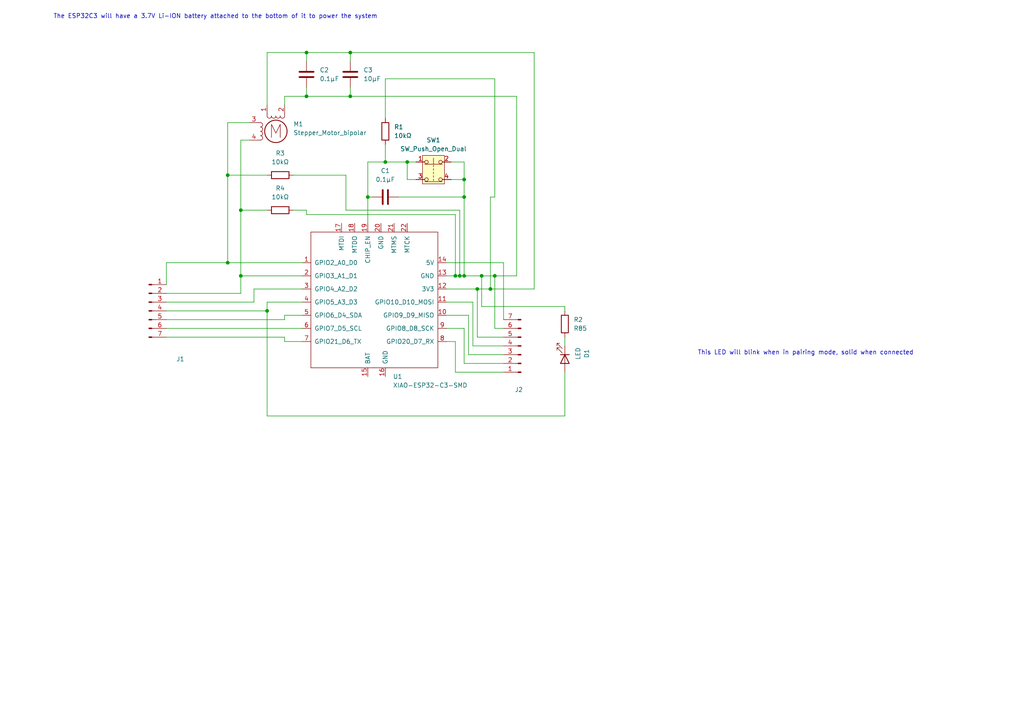
<source format=kicad_sch>
(kicad_sch (version 20231120) (generator "eeschema") (generator_version "8.0")
  (paper "A4")
  (title_block (title "pLUFs Schematic; Second Draft") (date "2/5/25") (rev "1"))
  (lib_symbols
    (symbol "Connector:Conn_01x07_Pin" (pin_names (offset 1.016) hide)
      (property "Reference" "J" (at 0 10.16 0))
      (property "Value" "Conn_01x07_Pin" (at 0 -10.16 0))
      (symbol "Conn_01x07_Pin_1_1"
        (polyline (pts (xy 1.27 -7.62) (xy 0.8636 -7.62)) (stroke (width 0.1524)))
        (polyline (pts (xy 1.27 -5.08) (xy 0.8636 -5.08)) (stroke (width 0.1524)))
        (polyline (pts (xy 1.27 -2.54) (xy 0.8636 -2.54)) (stroke (width 0.1524)))
        (polyline (pts (xy 1.27 0) (xy 0.8636 0)) (stroke (width 0.1524)))
        (polyline (pts (xy 1.27 2.54) (xy 0.8636 2.54)) (stroke (width 0.1524)))
        (polyline (pts (xy 1.27 5.08) (xy 0.8636 5.08)) (stroke (width 0.1524)))
        (polyline (pts (xy 1.27 7.62) (xy 0.8636 7.62)) (stroke (width 0.1524)))
        (rectangle (start 0.8636 -7.493) (end 0 -7.747) (stroke (width 0.1524)) (fill (type outline)))
        (rectangle (start 0.8636 -4.953) (end 0 -5.207) (stroke (width 0.1524)) (fill (type outline)))
        (rectangle (start 0.8636 -2.413) (end 0 -2.667) (stroke (width 0.1524)) (fill (type outline)))
        (rectangle (start 0.8636 0.127) (end 0 -0.127) (stroke (width 0.1524)) (fill (type outline)))
        (rectangle (start 0.8636 2.667) (end 0 2.413) (stroke (width 0.1524)) (fill (type outline)))
        (rectangle (start 0.8636 5.207) (end 0 4.953) (stroke (width 0.1524)) (fill (type outline)))
        (rectangle (start 0.8636 7.747) (end 0 7.493) (stroke (width 0.1524)) (fill (type outline)))
        (pin passive line (at 5.08 7.62 180) (length 3.81) (name "Pin_1") (number "1"))
        (pin passive line (at 5.08 5.08 180) (length 3.81) (name "Pin_2") (number "2"))
        (pin passive line (at 5.08 2.54 180) (length 3.81) (name "Pin_3") (number "3"))
        (pin passive line (at 5.08 0 180) (length 3.81) (name "Pin_4") (number "4"))
        (pin passive line (at 5.08 -2.54 180) (length 3.81) (name "Pin_5") (number "5"))
        (pin passive line (at 5.08 -5.08 180) (length 3.81) (name "Pin_6") (number "6"))
        (pin passive line (at 5.08 -7.62 180) (length 3.81) (name "Pin_7") (number "7"))
      )
    )
    (symbol "Device:C" (pin_numbers hide) (pin_names (offset 0.254))
      (property "Reference" "C" (at 0.635 2.54 0))
      (property "Value" "C" (at 0.635 -2.54 0))
      (symbol "C_0_1"
        (polyline (pts (xy -2.032 -0.762) (xy 2.032 -0.762)) (stroke (width 0.508)))
        (polyline (pts (xy -2.032 0.762) (xy 2.032 0.762)) (stroke (width 0.508)))
      )
      (symbol "C_1_1"
        (pin passive line (at 0 3.81 270) (length 2.794) (name "~") (number "1"))
        (pin passive line (at 0 -3.81 90) (length 2.794) (name "~") (number "2"))
      )
    )
    (symbol "Device:LED" (pin_numbers hide) (pin_names (offset 1.016) hide)
      (property "Reference" "D" (at 0 2.54 0))
      (property "Value" "LED" (at 0 -2.54 0))
      (symbol "LED_0_1"
        (polyline (pts (xy -1.27 -1.27) (xy -1.27 1.27)) (stroke (width 0.254)))
        (polyline (pts (xy -1.27 0) (xy 1.27 0)))
        (polyline (pts (xy 1.27 -1.27) (xy 1.27 1.27) (xy -1.27 0) (xy 1.27 -1.27)) (stroke (width 0.254)))
        (polyline (pts (xy -3.048 -0.762) (xy -4.572 -2.286) (xy -3.81 -2.286) (xy -4.572 -2.286) (xy -4.572 -1.524)))
        (polyline (pts (xy -1.778 -0.762) (xy -3.302 -2.286) (xy -2.54 -2.286) (xy -3.302 -2.286) (xy -3.302 -1.524)))
      )
      (symbol "LED_1_1"
        (pin passive line (at -3.81 0 0) (length 2.54) (name "K") (number "1"))
        (pin passive line (at 3.81 0 180) (length 2.54) (name "A") (number "2"))
      )
    )
    (symbol "Device:R" (pin_numbers hide) (pin_names (offset 0))
      (property "Reference" "R" (at 2.032 0 90))
      (property "Value" "R" (at 0 0 90))
      (symbol "R_0_1"
        (rectangle (start -1.016 -2.54) (end 1.016 2.54) (stroke (width 0.254)))
      )
      (symbol "R_1_1"
        (pin passive line (at 0 3.81 270) (length 1.27) (name "~") (number "1"))
        (pin passive line (at 0 -3.81 90) (length 1.27) (name "~") (number "2"))
      )
    )
    (symbol "Motor:Stepper_Motor_bipolar" (pin_names (offset 0) hide)
      (property "Reference" "M" (at 3.81 2.54 0))
      (property "Value" "Stepper_Motor_bipolar" (at 3.81 1.27 0))
      (symbol "Stepper_Motor_bipolar_0_0"
        (polyline (pts (xy -1.27 -1.778) (xy -1.27 2.032) (xy 0 -0.508) (xy 1.27 2.032) (xy 1.27 -1.778)))
      )
      (symbol "Stepper_Motor_bipolar_0_1"
        (arc (start -4.445 -2.54) (mid -3.8127 -1.905) (end -4.445 -1.27))
        (arc (start -4.445 -1.27) (mid -3.8127 -0.635) (end -4.445 0))
        (arc (start -4.445 0) (mid -3.8127 0.635) (end -4.445 1.27))
        (arc (start -4.445 1.27) (mid -3.8127 1.905) (end -4.445 2.54))
        (arc (start -2.54 4.445) (mid -1.905 3.8127) (end -1.27 4.445))
        (arc (start -1.27 4.445) (mid -0.635 3.8127) (end 0 4.445))
        (polyline (pts (xy -5.08 -2.54) (xy -4.445 -2.54)))
        (polyline (pts (xy -5.08 2.54) (xy -4.445 2.54)))
        (polyline (pts (xy -2.54 5.08) (xy -2.54 4.445)))
        (polyline (pts (xy 2.54 5.08) (xy 2.54 4.445)))
        (circle (center 0 0) (radius 3.2512) (stroke (width 0.254)))
        (arc (start 0 4.445) (mid 0.635 3.8127) (end 1.27 4.445))
        (arc (start 1.27 4.445) (mid 1.905 3.8127) (end 2.54 4.445))
      )
      (symbol "Stepper_Motor_bipolar_1_1"
        (pin passive line (at -2.54 7.62 270) (length 2.54) (name "~") (number "1"))
        (pin passive line (at 2.54 7.62 270) (length 2.54) (name "-") (number "2"))
        (pin passive line (at -7.62 2.54 0) (length 2.54) (name "~") (number "3"))
        (pin passive line (at -7.62 -2.54 0) (length 2.54) (name "~") (number "4"))
      )
    )
    (symbol "Seeed_Studio_XIAO_Series:XIAO-ESP32-C3-SMD" (pin_names (offset 1.016))
      (property "Reference" "U" (at -18.542 23.114 0))
      (property "Value" "XIAO-ESP32-C3-SMD" (at -8.382 21.336 0))
      (symbol "XIAO-ESP32-C3-SMD_0_1"
        (rectangle (start -19.05 20.32) (end 17.78 -19.05))
      )
      (symbol "XIAO-ESP32-C3-SMD_1_1"
        (pin passive line (at -21.59 11.43 0) (length 2.54) (name "GPIO2_A0_D0") (number "1"))
        (pin passive line (at 20.32 -3.81 180) (length 2.54) (name "GPIO9_D9_MISO") (number "10"))
        (pin passive line (at 20.32 0 180) (length 2.54) (name "GPIO10_D10_MOSI") (number "11"))
        (pin passive line (at 20.32 3.81 180) (length 2.54) (name "3V3") (number "12"))
        (pin passive line (at 20.32 7.62 180) (length 2.54) (name "GND") (number "13"))
        (pin passive line (at 20.32 11.43 180) (length 2.54) (name "5V") (number "14"))
        (pin passive line (at -2.54 -21.59 90) (length 2.54) (name "BAT") (number "15"))
        (pin passive line (at 2.54 -21.59 90) (length 2.54) (name "GND") (number "16"))
        (pin passive line (at -10.16 22.86 270) (length 2.54) (name "MTDI") (number "17"))
        (pin passive line (at -6.35 22.86 270) (length 2.54) (name "MTDO") (number "18"))
        (pin passive line (at -2.54 22.86 270) (length 2.54) (name "CHIP_EN") (number "19"))
        (pin passive line (at -21.59 7.62 0) (length 2.54) (name "GPIO3_A1_D1") (number "2"))
        (pin passive line (at 1.27 22.86 270) (length 2.54) (name "GND") (number "20"))
        (pin passive line (at 5.08 22.86 270) (length 2.54) (name "MTMS") (number "21"))
        (pin passive line (at 8.89 22.86 270) (length 2.54) (name "MTCK") (number "22"))
        (pin passive line (at -21.59 3.81 0) (length 2.54) (name "GPIO4_A2_D2") (number "3"))
        (pin passive line (at -21.59 0 0) (length 2.54) (name "GPIO5_A3_D3") (number "4"))
        (pin passive line (at -21.59 -3.81 0) (length 2.54) (name "GPIO6_D4_SDA") (number "5"))
        (pin passive line (at -21.59 -7.62 0) (length 2.54) (name "GPIO7_D5_SCL") (number "6"))
        (pin passive line (at -21.59 -11.43 0) (length 2.54) (name "GPIO21_D6_TX") (number "7"))
        (pin passive line (at 20.32 -11.43 180) (length 2.54) (name "GPIO20_D7_RX") (number "8"))
        (pin passive line (at 20.32 -7.62 180) (length 2.54) (name "GPIO8_D8_SCK") (number "9"))
      )
    )
    (symbol "Switch:SW_Push_Open_Dual" (pin_names (offset 1.016) hide)
      (property "Reference" "SW" (at 0 3.81 0))
      (property "Value" "SW_Push_Open_Dual" (at 0 -7.62 0))
      (symbol "SW_Push_Open_Dual_0_1"
        (circle (center -2.032 -5.08) (radius 0.508))
        (circle (center -2.032 0) (radius 0.508))
        (polyline (pts (xy 0 -4.953) (xy 0 -5.461)))
        (polyline (pts (xy 0 -3.937) (xy 0 -4.445)))
        (polyline (pts (xy 0 -3.429) (xy 0 -2.921)))
        (polyline (pts (xy 0 -2.413) (xy 0 -1.905)))
        (polyline (pts (xy 0 -1.397) (xy 0 -0.889)))
        (polyline (pts (xy 0 -0.635) (xy 0 1.143)))
        (polyline (pts (xy 2.54 -5.715) (xy -2.54 -5.715)))
        (polyline (pts (xy 2.54 -0.635) (xy -2.54 -0.635)))
        (circle (center 2.032 -5.08) (radius 0.508))
        (circle (center 2.032 0) (radius 0.508))
        (pin passive line (at -5.08 0 0) (length 2.54) (name "1") (number "1"))
        (pin passive line (at 5.08 0 180) (length 2.54) (name "2") (number "2"))
        (pin passive line (at -5.08 -5.08 0) (length 2.54) (name "3") (number "3"))
        (pin passive line (at 5.08 -5.08 180) (length 2.54) (name "4") (number "4"))
      )
      (symbol "SW_Push_Open_Dual_1_1"
        (rectangle (start -3.175 1.905) (end 3.175 -6.35) (fill (type background)))
      )
    )
  )
  (junction (at 88.9 27.94))
  (junction (at 101.6 27.94))
  (junction (at 66.04 50.8))
  (junction (at 134.62 57.15))
  (junction (at 139.7 80.01))
  (junction (at 118.11 46.99))
  (junction (at 134.62 52.07))
  (junction (at 134.62 80.01))
  (junction (at 133.35 80.01))
  (junction (at 143.51 80.01))
  (junction (at 132.08 80.01))
  (junction (at 138.43 83.82))
  (junction (at 69.85 80.01))
  (junction (at 142.24 83.82))
  (junction (at 69.85 60.96))
  (junction (at 111.76 46.99))
  (junction (at 66.04 76.2))
  (junction (at 88.9 15.24))
  (junction (at 106.68 57.15))
  (junction (at 101.6 15.24))
  (junction (at 77.47 90.17))
  (wire (pts (xy 85.09 60.96) (xy 88.9 60.96)))
  (wire (pts (xy 146.05 105.41) (xy 134.62 105.41)))
  (wire (pts (xy 135.89 102.87) (xy 135.89 91.44)))
  (wire (pts (xy 111.76 41.91) (xy 111.76 46.99)))
  (wire (pts (xy 69.85 60.96) (xy 77.47 60.96)))
  (wire (pts (xy 163.83 88.9) (xy 139.7 88.9)))
  (wire (pts (xy 139.7 80.01) (xy 143.51 80.01)))
  (wire (pts (xy 129.54 91.44) (xy 135.89 91.44)))
  (wire (pts (xy 134.62 105.41) (xy 134.62 95.25)))
  (wire (pts (xy 146.05 102.87) (xy 135.89 102.87)))
  (wire (pts (xy 142.24 83.82) (xy 154.94 83.82)))
  (wire (pts (xy 101.6 27.94) (xy 149.86 27.94)))
  (wire (pts (xy 88.9 60.96) (xy 88.9 62.23)))
  (wire (pts (xy 120.65 52.07) (xy 118.11 52.07)))
  (wire (pts (xy 132.08 80.01) (xy 129.54 80.01)))
  (wire (pts (xy 163.83 90.17) (xy 163.83 88.9)))
  (wire (pts (xy 106.68 46.99) (xy 106.68 57.15)))
  (wire (pts (xy 69.85 40.64) (xy 69.85 60.96)))
  (wire (pts (xy 118.11 46.99) (xy 111.76 46.99)))
  (wire (pts (xy 100.33 50.8) (xy 100.33 60.96)))
  (wire (pts (xy 48.26 82.55) (xy 48.26 76.2)))
  (wire (pts (xy 66.04 76.2) (xy 87.63 76.2)))
  (wire (pts (xy 66.04 50.8) (xy 77.47 50.8)))
  (wire (pts (xy 88.9 27.94) (xy 101.6 27.94)))
  (wire (pts (xy 129.54 99.06) (xy 132.08 99.06)))
  (wire (pts (xy 48.26 97.79) (xy 82.55 97.79)))
  (wire (pts (xy 134.62 52.07) (xy 134.62 57.15)))
  (wire (pts (xy 134.62 57.15) (xy 134.62 80.01)))
  (wire (pts (xy 143.51 80.01) (xy 149.86 80.01)))
  (wire (pts (xy 133.35 60.96) (xy 133.35 80.01)))
  (wire (pts (xy 69.85 85.09) (xy 69.85 80.01)))
  (wire (pts (xy 132.08 107.95) (xy 132.08 99.06)))
  (wire (pts (xy 133.35 80.01) (xy 132.08 80.01)))
  (wire (pts (xy 106.68 57.15) (xy 106.68 64.77)))
  (wire (pts (xy 82.55 99.06) (xy 87.63 99.06)))
  (wire (pts (xy 48.26 92.71) (xy 82.55 92.71)))
  (wire (pts (xy 146.05 76.2) (xy 146.05 92.71)))
  (wire (pts (xy 48.26 90.17) (xy 77.47 90.17)))
  (wire (pts (xy 88.9 25.4) (xy 88.9 27.94)))
  (wire (pts (xy 139.7 88.9) (xy 139.7 80.01)))
  (wire (pts (xy 138.43 83.82) (xy 142.24 83.82)))
  (wire (pts (xy 101.6 15.24) (xy 101.6 17.78)))
  (wire (pts (xy 72.39 35.56) (xy 66.04 35.56)))
  (wire (pts (xy 149.86 27.94) (xy 149.86 80.01)))
  (wire (pts (xy 129.54 95.25) (xy 134.62 95.25)))
  (wire (pts (xy 111.76 22.86) (xy 143.51 22.86)))
  (wire (pts (xy 82.55 30.48) (xy 82.55 27.94)))
  (wire (pts (xy 66.04 35.56) (xy 66.04 50.8)))
  (wire (pts (xy 143.51 80.01) (xy 143.51 95.25)))
  (wire (pts (xy 73.66 87.63) (xy 73.66 83.82)))
  (wire (pts (xy 138.43 83.82) (xy 129.54 83.82)))
  (wire (pts (xy 69.85 80.01) (xy 87.63 80.01)))
  (wire (pts (xy 82.55 91.44) (xy 87.63 91.44)))
  (wire (pts (xy 115.57 57.15) (xy 134.62 57.15)))
  (wire (pts (xy 129.54 76.2) (xy 146.05 76.2)))
  (wire (pts (xy 85.09 50.8) (xy 100.33 50.8)))
  (wire (pts (xy 142.24 57.15) (xy 142.24 83.82)))
  (wire (pts (xy 134.62 80.01) (xy 139.7 80.01)))
  (wire (pts (xy 73.66 83.82) (xy 87.63 83.82)))
  (wire (pts (xy 118.11 46.99) (xy 118.11 52.07)))
  (wire (pts (xy 120.65 46.99) (xy 118.11 46.99)))
  (wire (pts (xy 137.16 100.33) (xy 137.16 87.63)))
  (wire (pts (xy 48.26 95.25) (xy 87.63 95.25)))
  (wire (pts (xy 129.54 87.63) (xy 137.16 87.63)))
  (wire (pts (xy 77.47 15.24) (xy 88.9 15.24)))
  (wire (pts (xy 138.43 97.79) (xy 138.43 83.82)))
  (wire (pts (xy 106.68 57.15) (xy 107.95 57.15)))
  (wire (pts (xy 87.63 87.63) (xy 77.47 87.63)))
  (wire (pts (xy 69.85 60.96) (xy 69.85 80.01)))
  (wire (pts (xy 134.62 46.99) (xy 134.62 52.07)))
  (wire (pts (xy 77.47 30.48) (xy 77.47 15.24)))
  (wire (pts (xy 48.26 85.09) (xy 69.85 85.09)))
  (wire (pts (xy 82.55 97.79) (xy 82.55 99.06)))
  (wire (pts (xy 130.81 46.99) (xy 134.62 46.99)))
  (wire (pts (xy 154.94 15.24) (xy 154.94 83.82)))
  (wire (pts (xy 100.33 60.96) (xy 133.35 60.96)))
  (wire (pts (xy 77.47 87.63) (xy 77.47 90.17)))
  (wire (pts (xy 101.6 15.24) (xy 154.94 15.24)))
  (wire (pts (xy 146.05 97.79) (xy 138.43 97.79)))
  (wire (pts (xy 146.05 107.95) (xy 132.08 107.95)))
  (wire (pts (xy 88.9 15.24) (xy 101.6 15.24)))
  (wire (pts (xy 77.47 90.17) (xy 77.47 120.65)))
  (wire (pts (xy 111.76 34.29) (xy 111.76 22.86)))
  (wire (pts (xy 163.83 107.95) (xy 163.83 120.65)))
  (wire (pts (xy 143.51 22.86) (xy 143.51 57.15)))
  (wire (pts (xy 111.76 46.99) (xy 106.68 46.99)))
  (wire (pts (xy 132.08 62.23) (xy 132.08 80.01)))
  (wire (pts (xy 48.26 87.63) (xy 73.66 87.63)))
  (wire (pts (xy 130.81 52.07) (xy 134.62 52.07)))
  (wire (pts (xy 134.62 80.01) (xy 133.35 80.01)))
  (wire (pts (xy 82.55 92.71) (xy 82.55 91.44)))
  (wire (pts (xy 88.9 15.24) (xy 88.9 17.78)))
  (wire (pts (xy 88.9 62.23) (xy 132.08 62.23)))
  (wire (pts (xy 163.83 100.33) (xy 163.83 97.79)))
  (wire (pts (xy 143.51 57.15) (xy 142.24 57.15)))
  (wire (pts (xy 77.47 120.65) (xy 163.83 120.65)))
  (wire (pts (xy 66.04 50.8) (xy 66.04 76.2)))
  (wire (pts (xy 48.26 76.2) (xy 66.04 76.2)))
  (wire (pts (xy 146.05 100.33) (xy 137.16 100.33)))
  (wire (pts (xy 146.05 95.25) (xy 143.51 95.25)))
  (wire (pts (xy 72.39 40.64) (xy 69.85 40.64)))
  (wire (pts (xy 101.6 25.4) (xy 101.6 27.94)))
  (wire (pts (xy 82.55 27.94) (xy 88.9 27.94)))
  (text "This LED will blink when in pairing mode, solid when connected" (at 233.68 102.362 0) (effects (font (size 1.27 1.27))))
  (text "The ESP32C3 will have a 3.7V Li-ION battery attached to the bottom of it to power the system" (at 62.484 4.826 0) (effects (font (size 1.27 1.27))))
  (symbol (lib_id "Device:R") (at 111.76 38.1 0) (unit 1)
    (property "Reference" "R1" (at 114.3 36.8299 0) (effects (justify left)))
    (property "Value" "10kΩ" (at 114.3 39.3699 0) (effects (justify left)))
    (property "Description" "Resistor" (effects (hide yes)))
  )
  (symbol (lib_id "Device:C") (at 111.76 57.15 270) (unit 1)
    (property "Reference" "C1" (at 111.76 49.53 90))
    (property "Value" "0.1μF" (at 111.76 52.07 90))
    (property "Description" "Unpolarized capacitor" (effects (hide yes)))
  )
  (symbol (lib_id "Seeed_Studio_XIAO_Series:XIAO-ESP32-C3-SMD") (at 109.22 87.63 0) (unit 1)
    (property "Reference" "U1" (at 113.9541 109.22 0) (effects (justify left)))
    (property "Value" "XIAO-ESP32-C3-SMD" (at 113.9541 111.76 0) (effects (justify left)))
  )
  (symbol (lib_id "Device:C") (at 101.6 21.59 0) (unit 1)
    (property "Reference" "C3" (at 105.41 20.3199 0) (effects (justify left)))
    (property "Value" "10μF" (at 105.41 22.8599 0) (effects (justify left)))
    (property "Description" "Unpolarized capacitor" (effects (hide yes)))
  )
  (symbol (lib_id "Device:C") (at 88.9 21.59 0) (unit 1)
    (property "Reference" "C2" (at 92.71 20.3199 0) (effects (justify left)))
    (property "Value" "0.1μF" (at 92.71 22.8599 0) (effects (justify left)))
    (property "Description" "Unpolarized capacitor" (effects (hide yes)))
  )
  (symbol (lib_id "Device:R") (at 81.28 50.8 90) (unit 1)
    (property "Reference" "R3" (at 81.28 44.45 90))
    (property "Value" "10kΩ" (at 81.28 46.99 90))
    (property "Description" "Resistor" (effects (hide yes)))
  )
  (symbol (lib_id "Device:R") (at 81.28 60.96 270) (unit 1)
    (property "Reference" "R4" (at 81.28 54.61 90))
    (property "Value" "10kΩ" (at 81.28 57.15 90))
    (property "Description" "Resistor" (effects (hide yes)))
  )
  (symbol (lib_id "Connector:Conn_01x07_Pin") (at 151.13 100.33 180) (unit 1)
    (property "Reference" "J2" (at 150.495 113.03 0))
    (property "Value" "Circular Display Pins (top)" (effects (hide yes)))
    (property "Footprint" "Connector_PinHeader_2.54mm:PinHeader_1x07_P2.54mm_Vertical" (effects (hide yes)))
    (property "Description" "Generic connector, single row, 01x07, script generated" (effects (hide yes)))
  )
  (symbol (lib_id "Connector:Conn_01x07_Pin") (at 43.18 90.17 0) (unit 1)
    (property "Reference" "J1" (at 52.324 104.14 0))
    (property "Value" "Circular Display Pins (bottom)" (effects (hide yes)))
    (property "Footprint" "Connector_PinHeader_2.54mm:PinHeader_1x07_P2.54mm_Vertical" (effects (hide yes)))
    (property "Description" "Generic connector, single row, 01x07, script generated" (effects (hide yes)))
  )
  (symbol (lib_id "Device:R") (at 163.83 93.98 180) (unit 1)
    (property "Reference" "R2" (at 166.37 92.7099 0) (effects (justify right)))
    (property "Value" "R85" (at 166.37 95.2499 0) (effects (justify right)))
    (property "Footprint" "Resistor_SMD:R_0201_0603Metric" (effects (hide yes)))
    (property "Description" "Resistor" (effects (hide yes)))
  )
  (symbol (lib_id "Switch:SW_Push_Open_Dual") (at 125.73 46.99 0) (unit 1)
    (property "Reference" "SW1" (at 125.73 40.64 0))
    (property "Value" "SW_Push_Open_Dual" (at 125.73 43.18 0))
    (property "Footprint" "Button_Switch_SMD:SW_MEC_5GSH9" (effects (hide yes)))
    (property "Description" "Push button switch, normally closed, generic, four pins" (effects (hide yes)))
  )
  (symbol (lib_id "Motor:Stepper_Motor_bipolar") (at 80.01 38.1 0) (unit 1)
    (property "Reference" "M1" (at 85.09 35.979 0) (effects (justify left)))
    (property "Value" "Stepper_Motor_bipolar" (at 85.09 38.519 0) (effects (justify left)))
    (property "Datasheet" "http://www.infineon.com/dgdl/Application-Note-TLE8110EE_driving_UniPolarStepperMotor_V1.1.pdf?fileId=db3a30431be39b97011be5d0aa0a00b0" (effects (hide yes)))
    (property "Description" "4-wire bipolar stepper motor" (effects (hide yes)))
  )
  (symbol (lib_id "Device:LED") (at 163.83 104.14 270) (unit 1)
    (property "Reference" "D1" (at 170.18 102.5525 0))
    (property "Value" "LED" (at 167.64 102.5525 0))
    (property "Footprint" "LED_SMD:LED_0603_1608Metric" (effects (hide yes)))
    (property "Description" "Light emitting diode" (effects (hide yes)))
  )
)
</source>
